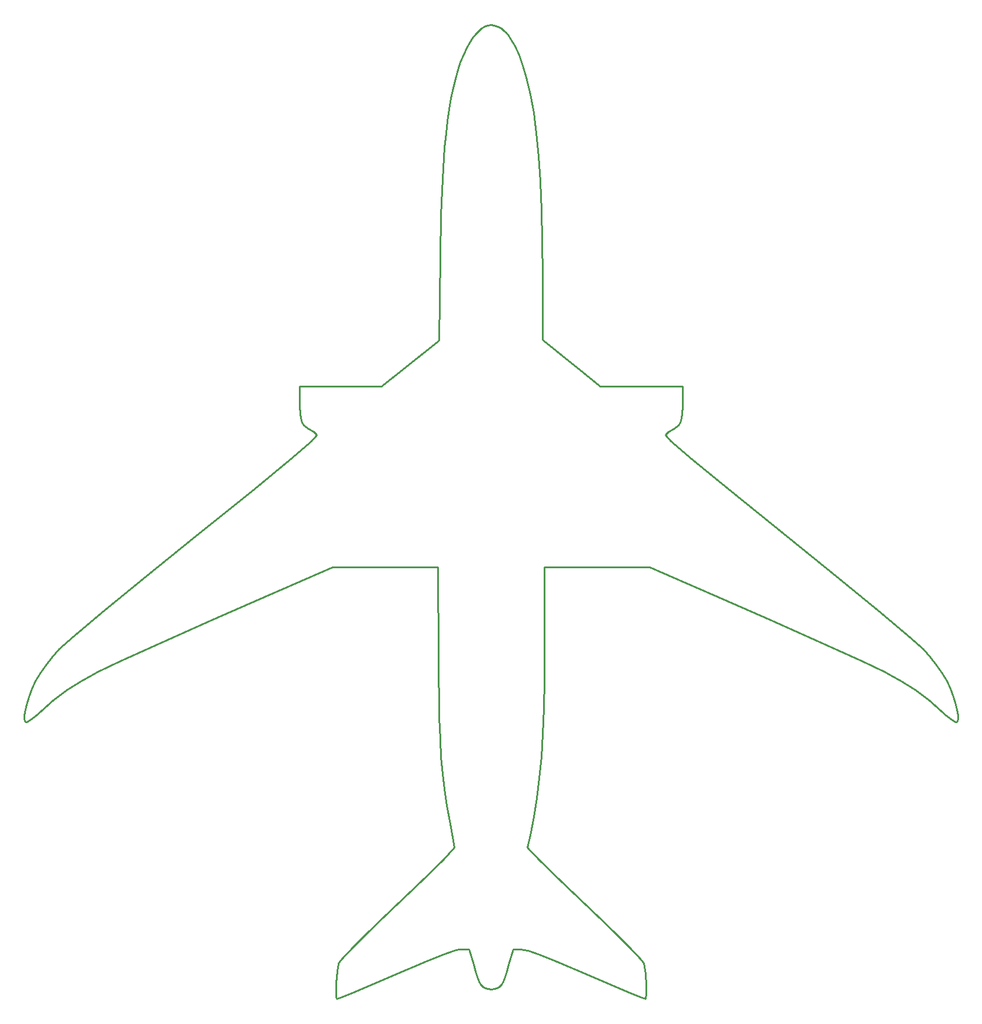
<source format=gm1>
%TF.GenerationSoftware,KiCad,Pcbnew,5.1.6-c6e7f7d~86~ubuntu18.04.1*%
%TF.CreationDate,2020-06-22T17:01:26-04:00*%
%TF.ProjectId,aerospace_badge,6165726f-7370-4616-9365-5f6261646765,V02*%
%TF.SameCoordinates,Original*%
%TF.FileFunction,Profile,NP*%
%FSLAX46Y46*%
G04 Gerber Fmt 4.6, Leading zero omitted, Abs format (unit mm)*
G04 Created by KiCad (PCBNEW 5.1.6-c6e7f7d~86~ubuntu18.04.1) date 2020-06-22 17:01:26*
%MOMM*%
%LPD*%
G01*
G04 APERTURE LIST*
%TA.AperFunction,Profile*%
%ADD10C,0.273381*%
%TD*%
G04 APERTURE END LIST*
D10*
%TO.C,J8*%
X148423350Y-21485422D02*
X147830463Y-21567824D01*
X148799749Y-21526258D02*
X148423350Y-21485422D01*
X149149300Y-21622735D02*
X148799749Y-21526258D01*
X149496442Y-21778022D02*
X149149300Y-21622735D01*
X149840413Y-21991745D02*
X149496442Y-21778022D01*
X150180461Y-22263522D02*
X149840413Y-21991745D01*
X150515828Y-22592984D02*
X150180461Y-22263522D01*
X150845758Y-22979749D02*
X150515828Y-22592984D01*
X151169497Y-23423447D02*
X150845758Y-22979749D01*
X151795366Y-24480124D02*
X151169497Y-23423447D01*
X152387382Y-25760014D02*
X151795366Y-24480124D01*
X152939496Y-27260107D02*
X152387382Y-25760014D01*
X153445655Y-28977395D02*
X152939496Y-27260107D01*
X154011000Y-31401878D02*
X153445655Y-28977395D01*
X154492563Y-34084510D02*
X154011000Y-31401878D01*
X154893068Y-37058604D02*
X154492563Y-34084510D01*
X155215246Y-40357479D02*
X154893068Y-37058604D01*
X155461822Y-44014452D02*
X155215246Y-40357479D01*
X155635524Y-48062841D02*
X155461822Y-44014452D01*
X155739084Y-52535961D02*
X155635524Y-48062841D01*
X155775226Y-57467130D02*
X155739084Y-52535961D01*
X155781417Y-66761652D02*
X155775226Y-57467130D01*
X160951127Y-70899902D02*
X155781417Y-66761652D01*
X164093573Y-73415510D02*
X160951127Y-70899902D01*
X166154944Y-73415510D02*
X164093573Y-73415510D01*
X168092811Y-73415510D02*
X166154944Y-73415510D01*
X175970882Y-73415510D02*
X168092811Y-73415510D01*
X175948631Y-76310483D02*
X175970882Y-73415510D01*
X175880276Y-77301670D02*
X175948631Y-76310483D01*
X175762795Y-78049970D02*
X175880276Y-77301670D01*
X175587964Y-78601369D02*
X175762795Y-78049970D01*
X175347558Y-79001851D02*
X175587964Y-78601369D01*
X175033347Y-79297401D02*
X175347558Y-79001851D01*
X174637107Y-79533999D02*
X175033347Y-79297401D01*
X173916702Y-79980275D02*
X174637107Y-79533999D01*
X173647566Y-80205242D02*
X173916702Y-79980275D01*
X173489374Y-80393895D02*
X173647566Y-80205242D01*
X173513372Y-80489510D02*
X173489374Y-80393895D01*
X173651069Y-80670139D02*
X173513372Y-80489510D01*
X174293318Y-81307948D02*
X173651069Y-80670139D01*
X175467573Y-82350341D02*
X174293318Y-81307948D01*
X177225275Y-83840336D02*
X175467573Y-82350341D01*
X182696768Y-88335194D02*
X177225275Y-83840336D01*
X191119315Y-95136663D02*
X182696768Y-88335194D01*
X198176554Y-100846459D02*
X191119315Y-95136663D01*
X204197584Y-105783266D02*
X198176554Y-100846459D01*
X208543913Y-109419136D02*
X204197584Y-105783266D01*
X209889531Y-110584237D02*
X208543913Y-109419136D01*
X210577040Y-111226121D02*
X209889531Y-110584237D01*
X211582986Y-112370817D02*
X210577040Y-111226121D01*
X212477394Y-113512187D02*
X211582986Y-112370817D01*
X213259902Y-114649541D02*
X212477394Y-113512187D01*
X213930142Y-115782191D02*
X213259902Y-114649541D01*
X214487751Y-116909443D02*
X213930142Y-115782191D01*
X214932363Y-118030612D02*
X214487751Y-116909443D01*
X215263613Y-119145002D02*
X214932363Y-118030612D01*
X215481135Y-120251926D02*
X215263613Y-119145002D01*
X215540605Y-120807599D02*
X215481135Y-120251926D01*
X215541399Y-121243037D02*
X215540605Y-120807599D01*
X215484114Y-121547498D02*
X215541399Y-121243037D01*
X215369605Y-121710236D02*
X215484114Y-121547498D01*
X215270249Y-121709706D02*
X215369605Y-121710236D01*
X215100979Y-121637041D02*
X215270249Y-121709706D01*
X214589428Y-121302134D02*
X215100979Y-121637041D01*
X213908438Y-120759511D02*
X214589428Y-121302134D01*
X213131497Y-120063239D02*
X213908438Y-120759511D01*
X212307503Y-119323488D02*
X213131497Y-120063239D01*
X211393838Y-118571193D02*
X212307503Y-119323488D01*
X210408699Y-117818887D02*
X211393838Y-118571193D01*
X209370284Y-117079115D02*
X210408699Y-117818887D01*
X208296782Y-116364414D02*
X209370284Y-117079115D01*
X207206397Y-115687324D02*
X208296782Y-116364414D01*
X206117322Y-115060383D02*
X207206397Y-115687324D01*
X205047754Y-114496136D02*
X206117322Y-115060383D01*
X201712917Y-112930249D02*
X205047754Y-114496136D01*
X195886451Y-110296664D02*
X201712917Y-112930249D01*
X188466208Y-106997479D02*
X195886451Y-110296664D01*
X180350035Y-103434796D02*
X188466208Y-106997479D01*
X171167652Y-99430906D02*
X180350035Y-103434796D01*
X163605321Y-99430906D02*
X171167652Y-99430906D01*
X156043511Y-99430906D02*
X163605321Y-99430906D01*
X156038352Y-110981106D02*
X156043511Y-99430906D01*
X156011859Y-115626084D02*
X156038352Y-110981106D01*
X155932772Y-119744228D02*
X156011859Y-115626084D01*
X155794927Y-123417473D02*
X155932772Y-119744228D01*
X155592153Y-126727752D02*
X155794927Y-123417473D01*
X155318291Y-129757001D02*
X155592153Y-126727752D01*
X154967170Y-132587153D02*
X155318291Y-129757001D01*
X154532629Y-135300143D02*
X154967170Y-132587153D01*
X154008503Y-137977906D02*
X154532629Y-135300143D01*
X153630747Y-139754544D02*
X154008503Y-137977906D01*
X155315917Y-141484670D02*
X153630747Y-139754544D01*
X158455402Y-144561549D02*
X155315917Y-141484670D01*
X163637373Y-149529657D02*
X158455402Y-144561549D01*
X166223222Y-152026265D02*
X163637373Y-149529657D01*
X168358008Y-154155843D02*
X166223222Y-152026265D01*
X169820230Y-155692636D02*
X168358008Y-154155843D01*
X170229908Y-156168190D02*
X169820230Y-155692636D01*
X170388380Y-156410890D02*
X170229908Y-156168190D01*
X170580611Y-157838409D02*
X170388380Y-156410890D01*
X170688365Y-159513420D02*
X170580611Y-157838409D01*
X170692387Y-160906597D02*
X170688365Y-159513420D01*
X170649469Y-161332084D02*
X170692387Y-160906597D01*
X170615724Y-161448107D02*
X170649469Y-161332084D01*
X170573390Y-161488617D02*
X170615724Y-161448107D01*
X169820288Y-161208132D02*
X170573390Y-161488617D01*
X167969748Y-160444465D02*
X169820288Y-161208132D01*
X162089671Y-157934313D02*
X167969748Y-160444465D01*
X158084274Y-156225668D02*
X162089671Y-157934313D01*
X155365617Y-155132555D02*
X158084274Y-156225668D01*
X153662748Y-154552390D02*
X155365617Y-155132555D01*
X153107562Y-154422607D02*
X153662748Y-154552390D01*
X152704713Y-154382591D02*
X153107562Y-154422607D01*
X151533209Y-154384708D02*
X152704713Y-154382591D01*
X150924977Y-156569071D02*
X151533209Y-154384708D01*
X150631028Y-157576871D02*
X150924977Y-156569071D01*
X150361113Y-158380678D02*
X150631028Y-157576871D01*
X150099927Y-159001949D02*
X150361113Y-158380678D01*
X149832166Y-159462141D02*
X150099927Y-159001949D01*
X149542519Y-159782716D02*
X149832166Y-159462141D01*
X149215682Y-159985127D02*
X149542519Y-159782716D01*
X148836351Y-160090839D02*
X149215682Y-159985127D01*
X148389216Y-160121308D02*
X148836351Y-160090839D01*
X147942081Y-160090823D02*
X148389216Y-160121308D01*
X147562750Y-159985064D02*
X147942081Y-160090823D01*
X147235913Y-159782584D02*
X147562750Y-159985064D01*
X146946268Y-159461927D02*
X147235913Y-159782584D01*
X146678507Y-159001650D02*
X146946268Y-159461927D01*
X146417321Y-158380295D02*
X146678507Y-159001650D01*
X146147407Y-157576414D02*
X146417321Y-158380295D01*
X145853452Y-156568555D02*
X146147407Y-157576414D01*
X145245222Y-154384708D02*
X145853452Y-156568555D01*
X144073716Y-154382591D02*
X145245222Y-154384708D01*
X143670872Y-154422488D02*
X144073716Y-154382591D01*
X143115686Y-154552216D02*
X143670872Y-154422488D01*
X141412818Y-155132399D02*
X143115686Y-154552216D01*
X138694160Y-156225610D02*
X141412818Y-155132399D01*
X134688760Y-157934313D02*
X138694160Y-156225610D01*
X128808679Y-160444211D02*
X134688760Y-157934313D01*
X126958141Y-161207698D02*
X128808679Y-160444211D01*
X126205041Y-161488101D02*
X126958141Y-161207698D01*
X126147397Y-161449466D02*
X126205041Y-161488101D01*
X126102375Y-161335502D02*
X126147397Y-161449466D01*
X126050726Y-160893238D02*
X126102375Y-161335502D01*
X126051255Y-160184615D02*
X126050726Y-160893238D01*
X126104870Y-159232941D02*
X126051255Y-160184615D01*
X126259040Y-157473602D02*
X126104870Y-159232941D01*
X126390123Y-156410890D02*
X126259040Y-157473602D01*
X126548592Y-156168190D02*
X126390123Y-156410890D01*
X126958270Y-155692636D02*
X126548592Y-156168190D01*
X128420493Y-154155843D02*
X126958270Y-155692636D01*
X130555283Y-152026265D02*
X128420493Y-154155843D01*
X133141133Y-149529657D02*
X130555283Y-152026265D01*
X138321728Y-144561549D02*
X133141133Y-149529657D01*
X141457937Y-141484670D02*
X138321728Y-144561549D01*
X143138456Y-139754544D02*
X141457937Y-141484670D01*
X142501284Y-136337180D02*
X143138456Y-139754544D01*
X142031059Y-133721165D02*
X142501284Y-136337180D01*
X141661843Y-131383886D02*
X142031059Y-133721165D01*
X141380007Y-129133759D02*
X141661843Y-131383886D01*
X141171909Y-126779197D02*
X141380007Y-129133759D01*
X141023917Y-124128617D02*
X141171909Y-126779197D01*
X140922399Y-120990429D02*
X141023917Y-124128617D01*
X140804231Y-112484890D02*
X140922399Y-120990429D01*
X140692608Y-99430906D02*
X140804231Y-112484890D01*
X133151468Y-99430906D02*
X140692608Y-99430906D01*
X125610327Y-99430906D02*
X133151468Y-99430906D01*
X116427425Y-103434796D02*
X125610327Y-99430906D01*
X108311334Y-106997479D02*
X116427425Y-103434796D01*
X100891269Y-110296664D02*
X108311334Y-106997479D01*
X95064980Y-112930249D02*
X100891269Y-110296664D01*
X91730225Y-114496136D02*
X95064980Y-112930249D01*
X90660634Y-115060383D02*
X91730225Y-114496136D01*
X89571500Y-115687324D02*
X90660634Y-115060383D01*
X88481031Y-116364414D02*
X89571500Y-115687324D01*
X87407439Y-117079115D02*
X88481031Y-116364414D01*
X86368925Y-117818887D02*
X87407439Y-117079115D01*
X85383704Y-118571193D02*
X86368925Y-117818887D01*
X84469982Y-119323488D02*
X85383704Y-118571193D01*
X83645963Y-120063239D02*
X84469982Y-119323488D01*
X82869104Y-120759516D02*
X83645963Y-120063239D01*
X82188292Y-121302145D02*
X82869104Y-120759516D01*
X81676918Y-121637055D02*
X82188292Y-121302145D01*
X81507704Y-121709714D02*
X81676918Y-121637055D01*
X81408374Y-121710244D02*
X81507704Y-121709714D01*
X81293783Y-121547506D02*
X81408374Y-121710244D01*
X81236318Y-121243045D02*
X81293783Y-121547506D01*
X81236847Y-120807607D02*
X81236318Y-121243045D01*
X81296233Y-120251934D02*
X81236847Y-120807607D01*
X81513747Y-119145248D02*
X81296233Y-120251934D01*
X81845032Y-118031011D02*
X81513747Y-119145248D01*
X82289672Y-116909969D02*
X81845032Y-118031011D01*
X82847258Y-115782865D02*
X82289672Y-116909969D01*
X83517371Y-114650441D02*
X82847258Y-115782865D01*
X84299606Y-113513447D02*
X83517371Y-114650441D01*
X85193546Y-112372622D02*
X84299606Y-113513447D01*
X86198777Y-111228714D02*
X85193546Y-112372622D01*
X86885895Y-110587324D02*
X86198777Y-111228714D01*
X88231269Y-109422695D02*
X86885895Y-110587324D01*
X92577543Y-105787645D02*
X88231269Y-109422695D01*
X98599123Y-100851409D02*
X92577543Y-105787645D01*
X105657537Y-95141839D02*
X98599123Y-100851409D01*
X114109186Y-88318422D02*
X105657537Y-95141839D01*
X119578650Y-83825887D02*
X114109186Y-88318422D01*
X121329318Y-82341437D02*
X119578650Y-83825887D01*
X122495554Y-81304988D02*
X121329318Y-82341437D01*
X123131057Y-80671641D02*
X122495554Y-81304988D01*
X123266568Y-80492095D02*
X123131057Y-80671641D01*
X123289534Y-80396485D02*
X123266568Y-80492095D01*
X123130863Y-80206858D02*
X123289534Y-80396485D01*
X122861409Y-79981068D02*
X123130863Y-80206858D01*
X122140769Y-79534007D02*
X122861409Y-79981068D01*
X121744521Y-79297406D02*
X122140769Y-79534007D01*
X121430307Y-79001853D02*
X121744521Y-79297406D01*
X121189899Y-78601367D02*
X121430307Y-79001853D01*
X121015067Y-78049965D02*
X121189899Y-78601367D01*
X120897590Y-77301659D02*
X121015067Y-78049965D01*
X120829237Y-76310475D02*
X120897590Y-77301659D01*
X120806986Y-73415518D02*
X120829237Y-76310475D01*
X125882128Y-73415518D02*
X120806986Y-73415518D01*
X130660132Y-73415518D02*
X125882128Y-73415518D01*
X132632620Y-73415518D02*
X130660132Y-73415518D01*
X135888236Y-70832729D02*
X132632620Y-73415518D01*
X140870877Y-66839175D02*
X135888236Y-70832729D01*
X141049677Y-54771696D02*
X140870877Y-66839175D01*
X141181180Y-48763519D02*
X141049677Y-54771696D01*
X141391738Y-43555826D02*
X141181180Y-48763519D01*
X141691352Y-39070014D02*
X141391738Y-43555826D01*
X141877680Y-37073254D02*
X141691352Y-39070014D01*
X142090024Y-35227486D02*
X141877680Y-37073254D01*
X142329631Y-33522892D02*
X142090024Y-35227486D01*
X142597751Y-31949645D02*
X142329631Y-33522892D01*
X142895635Y-30497919D02*
X142597751Y-31949645D01*
X143224536Y-29157886D02*
X142895635Y-30497919D01*
X143585700Y-27919729D02*
X143224536Y-29157886D01*
X143980382Y-26773615D02*
X143585700Y-27919729D01*
X144409824Y-25709725D02*
X143980382Y-26773615D01*
X144875285Y-24718231D02*
X144409824Y-25709725D01*
X145276763Y-23981652D02*
X144875285Y-24718231D01*
X145687534Y-23341776D02*
X145276763Y-23981652D01*
X146106158Y-22797882D02*
X145687534Y-23341776D01*
X146531201Y-22349257D02*
X146106158Y-22797882D01*
X146961223Y-21995184D02*
X146531201Y-22349257D01*
X147394790Y-21734945D02*
X146961223Y-21995184D01*
X147830463Y-21567824D02*
X147394790Y-21734945D01*
%TD*%
M02*

</source>
